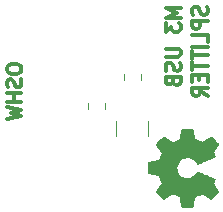
<source format=gbr>
G04 #@! TF.GenerationSoftware,KiCad,Pcbnew,(5.0.2)-1*
G04 #@! TF.CreationDate,2019-08-18T16:28:34-04:00*
G04 #@! TF.ProjectId,stacked_model3_usb,73746163-6b65-4645-9f6d-6f64656c335f,rev?*
G04 #@! TF.SameCoordinates,Original*
G04 #@! TF.FileFunction,Legend,Bot*
G04 #@! TF.FilePolarity,Positive*
%FSLAX46Y46*%
G04 Gerber Fmt 4.6, Leading zero omitted, Abs format (unit mm)*
G04 Created by KiCad (PCBNEW (5.0.2)-1) date 2019-08-18 4:28:34 PM*
%MOMM*%
%LPD*%
G01*
G04 APERTURE LIST*
%ADD10C,0.300000*%
%ADD11C,0.010000*%
%ADD12C,0.120000*%
G04 APERTURE END LIST*
D10*
X125542857Y-80000000D02*
X125542857Y-80228571D01*
X125600000Y-80342857D01*
X125714285Y-80457142D01*
X125942857Y-80514285D01*
X126342857Y-80514285D01*
X126571428Y-80457142D01*
X126685714Y-80342857D01*
X126742857Y-80228571D01*
X126742857Y-80000000D01*
X126685714Y-79885714D01*
X126571428Y-79771428D01*
X126342857Y-79714285D01*
X125942857Y-79714285D01*
X125714285Y-79771428D01*
X125600000Y-79885714D01*
X125542857Y-80000000D01*
X126685714Y-80971428D02*
X126742857Y-81142857D01*
X126742857Y-81428571D01*
X126685714Y-81542857D01*
X126628571Y-81600000D01*
X126514285Y-81657142D01*
X126400000Y-81657142D01*
X126285714Y-81600000D01*
X126228571Y-81542857D01*
X126171428Y-81428571D01*
X126114285Y-81200000D01*
X126057142Y-81085714D01*
X126000000Y-81028571D01*
X125885714Y-80971428D01*
X125771428Y-80971428D01*
X125657142Y-81028571D01*
X125600000Y-81085714D01*
X125542857Y-81200000D01*
X125542857Y-81485714D01*
X125600000Y-81657142D01*
X126742857Y-82171428D02*
X125542857Y-82171428D01*
X126114285Y-82171428D02*
X126114285Y-82857142D01*
X126742857Y-82857142D02*
X125542857Y-82857142D01*
X125542857Y-83314285D02*
X126742857Y-83600000D01*
X125885714Y-83828571D01*
X126742857Y-84057142D01*
X125542857Y-84342857D01*
X140263095Y-74947857D02*
X138963095Y-74947857D01*
X139891666Y-75347857D01*
X138963095Y-75747857D01*
X140263095Y-75747857D01*
X138963095Y-76205000D02*
X138963095Y-76947857D01*
X139458333Y-76547857D01*
X139458333Y-76719285D01*
X139520238Y-76833571D01*
X139582142Y-76890714D01*
X139705952Y-76947857D01*
X140015476Y-76947857D01*
X140139285Y-76890714D01*
X140201190Y-76833571D01*
X140263095Y-76719285D01*
X140263095Y-76376428D01*
X140201190Y-76262142D01*
X140139285Y-76205000D01*
X138963095Y-78376428D02*
X140015476Y-78376428D01*
X140139285Y-78433571D01*
X140201190Y-78490714D01*
X140263095Y-78605000D01*
X140263095Y-78833571D01*
X140201190Y-78947857D01*
X140139285Y-79005000D01*
X140015476Y-79062142D01*
X138963095Y-79062142D01*
X140201190Y-79576428D02*
X140263095Y-79747857D01*
X140263095Y-80033571D01*
X140201190Y-80147857D01*
X140139285Y-80205000D01*
X140015476Y-80262142D01*
X139891666Y-80262142D01*
X139767857Y-80205000D01*
X139705952Y-80147857D01*
X139644047Y-80033571D01*
X139582142Y-79805000D01*
X139520238Y-79690714D01*
X139458333Y-79633571D01*
X139334523Y-79576428D01*
X139210714Y-79576428D01*
X139086904Y-79633571D01*
X139025000Y-79690714D01*
X138963095Y-79805000D01*
X138963095Y-80090714D01*
X139025000Y-80262142D01*
X139582142Y-81176428D02*
X139644047Y-81347857D01*
X139705952Y-81405000D01*
X139829761Y-81462142D01*
X140015476Y-81462142D01*
X140139285Y-81405000D01*
X140201190Y-81347857D01*
X140263095Y-81233571D01*
X140263095Y-80776428D01*
X138963095Y-80776428D01*
X138963095Y-81176428D01*
X139025000Y-81290714D01*
X139086904Y-81347857D01*
X139210714Y-81405000D01*
X139334523Y-81405000D01*
X139458333Y-81347857D01*
X139520238Y-81290714D01*
X139582142Y-81176428D01*
X139582142Y-80776428D01*
X142451190Y-74833571D02*
X142513095Y-75005000D01*
X142513095Y-75290714D01*
X142451190Y-75405000D01*
X142389285Y-75462142D01*
X142265476Y-75519285D01*
X142141666Y-75519285D01*
X142017857Y-75462142D01*
X141955952Y-75405000D01*
X141894047Y-75290714D01*
X141832142Y-75062142D01*
X141770238Y-74947857D01*
X141708333Y-74890714D01*
X141584523Y-74833571D01*
X141460714Y-74833571D01*
X141336904Y-74890714D01*
X141275000Y-74947857D01*
X141213095Y-75062142D01*
X141213095Y-75347857D01*
X141275000Y-75519285D01*
X142513095Y-76033571D02*
X141213095Y-76033571D01*
X141213095Y-76490714D01*
X141275000Y-76605000D01*
X141336904Y-76662142D01*
X141460714Y-76719285D01*
X141646428Y-76719285D01*
X141770238Y-76662142D01*
X141832142Y-76605000D01*
X141894047Y-76490714D01*
X141894047Y-76033571D01*
X142513095Y-77805000D02*
X142513095Y-77233571D01*
X141213095Y-77233571D01*
X142513095Y-78205000D02*
X141213095Y-78205000D01*
X141213095Y-78605000D02*
X141213095Y-79290714D01*
X142513095Y-78947857D02*
X141213095Y-78947857D01*
X141213095Y-79519285D02*
X141213095Y-80205000D01*
X142513095Y-79862142D02*
X141213095Y-79862142D01*
X141832142Y-80605000D02*
X141832142Y-81005000D01*
X142513095Y-81176428D02*
X142513095Y-80605000D01*
X141213095Y-80605000D01*
X141213095Y-81176428D01*
X142513095Y-82376428D02*
X141894047Y-81976428D01*
X142513095Y-81690714D02*
X141213095Y-81690714D01*
X141213095Y-82147857D01*
X141275000Y-82262142D01*
X141336904Y-82319285D01*
X141460714Y-82376428D01*
X141646428Y-82376428D01*
X141770238Y-82319285D01*
X141832142Y-82262142D01*
X141894047Y-82147857D01*
X141894047Y-81690714D01*
D11*
G04 #@! TO.C,REF\002A\002A*
G36*
X137930931Y-89011314D02*
X138375555Y-89095135D01*
X138503053Y-89404420D01*
X138630551Y-89713706D01*
X138378246Y-90084746D01*
X138307996Y-90188657D01*
X138245272Y-90282587D01*
X138192938Y-90362152D01*
X138153857Y-90422970D01*
X138130893Y-90460657D01*
X138125942Y-90470921D01*
X138138676Y-90489410D01*
X138173882Y-90528920D01*
X138227062Y-90585022D01*
X138293718Y-90653287D01*
X138369354Y-90729286D01*
X138449472Y-90808592D01*
X138529574Y-90886775D01*
X138605164Y-90959407D01*
X138671745Y-91022059D01*
X138724818Y-91070303D01*
X138759887Y-91099710D01*
X138771623Y-91106741D01*
X138793260Y-91096623D01*
X138840662Y-91068259D01*
X138909193Y-91024629D01*
X138994215Y-90968718D01*
X139091093Y-90903506D01*
X139146350Y-90865719D01*
X139247248Y-90796843D01*
X139338299Y-90735640D01*
X139414970Y-90685078D01*
X139472728Y-90648128D01*
X139507043Y-90627758D01*
X139514254Y-90624697D01*
X139534748Y-90631636D01*
X139582513Y-90650551D01*
X139650832Y-90678587D01*
X139732989Y-90712891D01*
X139822270Y-90750609D01*
X139911958Y-90788887D01*
X139995338Y-90824870D01*
X140065694Y-90855706D01*
X140116310Y-90878539D01*
X140140471Y-90890517D01*
X140141422Y-90891224D01*
X140146036Y-90910031D01*
X140156328Y-90960118D01*
X140171287Y-91036293D01*
X140189901Y-91133365D01*
X140211159Y-91246143D01*
X140223418Y-91311942D01*
X140246362Y-91432450D01*
X140268195Y-91541297D01*
X140287722Y-91632976D01*
X140303748Y-91701981D01*
X140315079Y-91742804D01*
X140318674Y-91751011D01*
X140343006Y-91759048D01*
X140397959Y-91765533D01*
X140477108Y-91770470D01*
X140574026Y-91773864D01*
X140682287Y-91775718D01*
X140795465Y-91776038D01*
X140907135Y-91774827D01*
X141010868Y-91772090D01*
X141100241Y-91767831D01*
X141168826Y-91762055D01*
X141210197Y-91754767D01*
X141218810Y-91750395D01*
X141229133Y-91724264D01*
X141243892Y-91668893D01*
X141261352Y-91591607D01*
X141279780Y-91499730D01*
X141285741Y-91467658D01*
X141314066Y-91313024D01*
X141336876Y-91190875D01*
X141355080Y-91097173D01*
X141369583Y-91027884D01*
X141381292Y-90978971D01*
X141391115Y-90946397D01*
X141399956Y-90926128D01*
X141408724Y-90914126D01*
X141410457Y-90912447D01*
X141438371Y-90895684D01*
X141492695Y-90870114D01*
X141566777Y-90838288D01*
X141653965Y-90802760D01*
X141747608Y-90766083D01*
X141841052Y-90730811D01*
X141927647Y-90699496D01*
X142000740Y-90674693D01*
X142053678Y-90658954D01*
X142079811Y-90654832D01*
X142080726Y-90655176D01*
X142102086Y-90669141D01*
X142149084Y-90700822D01*
X142216827Y-90746891D01*
X142300423Y-90804018D01*
X142394982Y-90868873D01*
X142421854Y-90887343D01*
X142519275Y-90953199D01*
X142608163Y-91011150D01*
X142683412Y-91058038D01*
X142739920Y-91090707D01*
X142772581Y-91106000D01*
X142776593Y-91106741D01*
X142797684Y-91093892D01*
X142839464Y-91058388D01*
X142897445Y-91004793D01*
X142967135Y-90937671D01*
X143044045Y-90861587D01*
X143123683Y-90781104D01*
X143201561Y-90700787D01*
X143273186Y-90625199D01*
X143334070Y-90558905D01*
X143379721Y-90506469D01*
X143405650Y-90472455D01*
X143409883Y-90463045D01*
X143399912Y-90441143D01*
X143373020Y-90396300D01*
X143333736Y-90335821D01*
X143302117Y-90289289D01*
X143244098Y-90204975D01*
X143175784Y-90105126D01*
X143107579Y-90004973D01*
X143071075Y-89951127D01*
X142947800Y-89768871D01*
X143030520Y-89615881D01*
X143066759Y-89546182D01*
X143094926Y-89486914D01*
X143110991Y-89446811D01*
X143113226Y-89436603D01*
X143096722Y-89424329D01*
X143050082Y-89400113D01*
X142977609Y-89365763D01*
X142883606Y-89323088D01*
X142772374Y-89273894D01*
X142648215Y-89219990D01*
X142515432Y-89163184D01*
X142378327Y-89105282D01*
X142241202Y-89048093D01*
X142108358Y-88993424D01*
X141984098Y-88943084D01*
X141872725Y-88898880D01*
X141778539Y-88862619D01*
X141705844Y-88836109D01*
X141658941Y-88821158D01*
X141642833Y-88818754D01*
X141622286Y-88837811D01*
X141588933Y-88879536D01*
X141549702Y-88935206D01*
X141546599Y-88939878D01*
X141431423Y-89083764D01*
X141297053Y-89199783D01*
X141147784Y-89286930D01*
X140987913Y-89344199D01*
X140821737Y-89370586D01*
X140653552Y-89365085D01*
X140487655Y-89326690D01*
X140328342Y-89254395D01*
X140293487Y-89233126D01*
X140152737Y-89122496D01*
X140039714Y-88991802D01*
X139955003Y-88845564D01*
X139899194Y-88688308D01*
X139872874Y-88524557D01*
X139876630Y-88358833D01*
X139911050Y-88195662D01*
X139976723Y-88039565D01*
X140074235Y-87895067D01*
X140113813Y-87850369D01*
X140237703Y-87736612D01*
X140368124Y-87653718D01*
X140514315Y-87596856D01*
X140659088Y-87565187D01*
X140821860Y-87557369D01*
X140985440Y-87583438D01*
X141144298Y-87640745D01*
X141292906Y-87726644D01*
X141425735Y-87838486D01*
X141537256Y-87973623D01*
X141549011Y-87991383D01*
X141587508Y-88047650D01*
X141620863Y-88090423D01*
X141642160Y-88110872D01*
X141642833Y-88111169D01*
X141665871Y-88106779D01*
X141718157Y-88089376D01*
X141795390Y-88060768D01*
X141893268Y-88022765D01*
X142007491Y-87977174D01*
X142133758Y-87925803D01*
X142267767Y-87870462D01*
X142405218Y-87812958D01*
X142541808Y-87755101D01*
X142673237Y-87698698D01*
X142795205Y-87645558D01*
X142903409Y-87597490D01*
X142993549Y-87556301D01*
X143061323Y-87523801D01*
X143102430Y-87501797D01*
X143113226Y-87492936D01*
X143104819Y-87465860D01*
X143082272Y-87415197D01*
X143049613Y-87349683D01*
X143030520Y-87313659D01*
X142947800Y-87160668D01*
X143071075Y-86978412D01*
X143134228Y-86885375D01*
X143203727Y-86783515D01*
X143269165Y-86688062D01*
X143302117Y-86640250D01*
X143347273Y-86573005D01*
X143383057Y-86516064D01*
X143404938Y-86476854D01*
X143409563Y-86464119D01*
X143397085Y-86445583D01*
X143362252Y-86404559D01*
X143308678Y-86345025D01*
X143239983Y-86270958D01*
X143159781Y-86186335D01*
X143108286Y-86132815D01*
X143016286Y-86039181D01*
X142933999Y-85958259D01*
X142864945Y-85893323D01*
X142812644Y-85847642D01*
X142780616Y-85824489D01*
X142774116Y-85822268D01*
X142749394Y-85832576D01*
X142699405Y-85861061D01*
X142629212Y-85904563D01*
X142543875Y-85959923D01*
X142448456Y-86023980D01*
X142421854Y-86042197D01*
X142325167Y-86108573D01*
X142238117Y-86168122D01*
X142165595Y-86217516D01*
X142112493Y-86253425D01*
X142083703Y-86272519D01*
X142080726Y-86274364D01*
X142057782Y-86271605D01*
X142007336Y-86256962D01*
X141936041Y-86232987D01*
X141850547Y-86202234D01*
X141757507Y-86167256D01*
X141663574Y-86130607D01*
X141575399Y-86094839D01*
X141499634Y-86062506D01*
X141442931Y-86036162D01*
X141411943Y-86018358D01*
X141410457Y-86017093D01*
X141401601Y-86006206D01*
X141392843Y-85987818D01*
X141383277Y-85957894D01*
X141371996Y-85912397D01*
X141358093Y-85847291D01*
X141340663Y-85758539D01*
X141318798Y-85642107D01*
X141291591Y-85493958D01*
X141285741Y-85461882D01*
X141267374Y-85366814D01*
X141249405Y-85283935D01*
X141233569Y-85220570D01*
X141221600Y-85184042D01*
X141218810Y-85179144D01*
X141194072Y-85171073D01*
X141138790Y-85164513D01*
X141059389Y-85159467D01*
X140962296Y-85155941D01*
X140853938Y-85153939D01*
X140740740Y-85153464D01*
X140629128Y-85154523D01*
X140525529Y-85157118D01*
X140436368Y-85161254D01*
X140368072Y-85166937D01*
X140327066Y-85174169D01*
X140318674Y-85178529D01*
X140310208Y-85202802D01*
X140296435Y-85258074D01*
X140278550Y-85338838D01*
X140257748Y-85439588D01*
X140235223Y-85554817D01*
X140223418Y-85617598D01*
X140201151Y-85736713D01*
X140180979Y-85842935D01*
X140163915Y-85931073D01*
X140150969Y-85995934D01*
X140143155Y-86032326D01*
X140141422Y-86038316D01*
X140121890Y-86048439D01*
X140074843Y-86069838D01*
X140007003Y-86099661D01*
X139925091Y-86135055D01*
X139835828Y-86173168D01*
X139745935Y-86211147D01*
X139662135Y-86246140D01*
X139591147Y-86275294D01*
X139539694Y-86295757D01*
X139514497Y-86304677D01*
X139513396Y-86304843D01*
X139493519Y-86294731D01*
X139447777Y-86266383D01*
X139380717Y-86222777D01*
X139296884Y-86166894D01*
X139200826Y-86101713D01*
X139145650Y-86063821D01*
X139044481Y-85994775D01*
X138952630Y-85933450D01*
X138874744Y-85882837D01*
X138815469Y-85845929D01*
X138779451Y-85825718D01*
X138771377Y-85822799D01*
X138752584Y-85835347D01*
X138712457Y-85870037D01*
X138655493Y-85922437D01*
X138586185Y-85988116D01*
X138509031Y-86062644D01*
X138428525Y-86141587D01*
X138349163Y-86220517D01*
X138275440Y-86295000D01*
X138211852Y-86360606D01*
X138162894Y-86412904D01*
X138133061Y-86447461D01*
X138125942Y-86459022D01*
X138135953Y-86477846D01*
X138164078Y-86522869D01*
X138207454Y-86589713D01*
X138263218Y-86674001D01*
X138328506Y-86771356D01*
X138378246Y-86844793D01*
X138630551Y-87215833D01*
X138375555Y-87834405D01*
X137930931Y-87918225D01*
X137486307Y-88002046D01*
X137486307Y-88927494D01*
X137930931Y-89011314D01*
X137930931Y-89011314D01*
G37*
X137930931Y-89011314D02*
X138375555Y-89095135D01*
X138503053Y-89404420D01*
X138630551Y-89713706D01*
X138378246Y-90084746D01*
X138307996Y-90188657D01*
X138245272Y-90282587D01*
X138192938Y-90362152D01*
X138153857Y-90422970D01*
X138130893Y-90460657D01*
X138125942Y-90470921D01*
X138138676Y-90489410D01*
X138173882Y-90528920D01*
X138227062Y-90585022D01*
X138293718Y-90653287D01*
X138369354Y-90729286D01*
X138449472Y-90808592D01*
X138529574Y-90886775D01*
X138605164Y-90959407D01*
X138671745Y-91022059D01*
X138724818Y-91070303D01*
X138759887Y-91099710D01*
X138771623Y-91106741D01*
X138793260Y-91096623D01*
X138840662Y-91068259D01*
X138909193Y-91024629D01*
X138994215Y-90968718D01*
X139091093Y-90903506D01*
X139146350Y-90865719D01*
X139247248Y-90796843D01*
X139338299Y-90735640D01*
X139414970Y-90685078D01*
X139472728Y-90648128D01*
X139507043Y-90627758D01*
X139514254Y-90624697D01*
X139534748Y-90631636D01*
X139582513Y-90650551D01*
X139650832Y-90678587D01*
X139732989Y-90712891D01*
X139822270Y-90750609D01*
X139911958Y-90788887D01*
X139995338Y-90824870D01*
X140065694Y-90855706D01*
X140116310Y-90878539D01*
X140140471Y-90890517D01*
X140141422Y-90891224D01*
X140146036Y-90910031D01*
X140156328Y-90960118D01*
X140171287Y-91036293D01*
X140189901Y-91133365D01*
X140211159Y-91246143D01*
X140223418Y-91311942D01*
X140246362Y-91432450D01*
X140268195Y-91541297D01*
X140287722Y-91632976D01*
X140303748Y-91701981D01*
X140315079Y-91742804D01*
X140318674Y-91751011D01*
X140343006Y-91759048D01*
X140397959Y-91765533D01*
X140477108Y-91770470D01*
X140574026Y-91773864D01*
X140682287Y-91775718D01*
X140795465Y-91776038D01*
X140907135Y-91774827D01*
X141010868Y-91772090D01*
X141100241Y-91767831D01*
X141168826Y-91762055D01*
X141210197Y-91754767D01*
X141218810Y-91750395D01*
X141229133Y-91724264D01*
X141243892Y-91668893D01*
X141261352Y-91591607D01*
X141279780Y-91499730D01*
X141285741Y-91467658D01*
X141314066Y-91313024D01*
X141336876Y-91190875D01*
X141355080Y-91097173D01*
X141369583Y-91027884D01*
X141381292Y-90978971D01*
X141391115Y-90946397D01*
X141399956Y-90926128D01*
X141408724Y-90914126D01*
X141410457Y-90912447D01*
X141438371Y-90895684D01*
X141492695Y-90870114D01*
X141566777Y-90838288D01*
X141653965Y-90802760D01*
X141747608Y-90766083D01*
X141841052Y-90730811D01*
X141927647Y-90699496D01*
X142000740Y-90674693D01*
X142053678Y-90658954D01*
X142079811Y-90654832D01*
X142080726Y-90655176D01*
X142102086Y-90669141D01*
X142149084Y-90700822D01*
X142216827Y-90746891D01*
X142300423Y-90804018D01*
X142394982Y-90868873D01*
X142421854Y-90887343D01*
X142519275Y-90953199D01*
X142608163Y-91011150D01*
X142683412Y-91058038D01*
X142739920Y-91090707D01*
X142772581Y-91106000D01*
X142776593Y-91106741D01*
X142797684Y-91093892D01*
X142839464Y-91058388D01*
X142897445Y-91004793D01*
X142967135Y-90937671D01*
X143044045Y-90861587D01*
X143123683Y-90781104D01*
X143201561Y-90700787D01*
X143273186Y-90625199D01*
X143334070Y-90558905D01*
X143379721Y-90506469D01*
X143405650Y-90472455D01*
X143409883Y-90463045D01*
X143399912Y-90441143D01*
X143373020Y-90396300D01*
X143333736Y-90335821D01*
X143302117Y-90289289D01*
X143244098Y-90204975D01*
X143175784Y-90105126D01*
X143107579Y-90004973D01*
X143071075Y-89951127D01*
X142947800Y-89768871D01*
X143030520Y-89615881D01*
X143066759Y-89546182D01*
X143094926Y-89486914D01*
X143110991Y-89446811D01*
X143113226Y-89436603D01*
X143096722Y-89424329D01*
X143050082Y-89400113D01*
X142977609Y-89365763D01*
X142883606Y-89323088D01*
X142772374Y-89273894D01*
X142648215Y-89219990D01*
X142515432Y-89163184D01*
X142378327Y-89105282D01*
X142241202Y-89048093D01*
X142108358Y-88993424D01*
X141984098Y-88943084D01*
X141872725Y-88898880D01*
X141778539Y-88862619D01*
X141705844Y-88836109D01*
X141658941Y-88821158D01*
X141642833Y-88818754D01*
X141622286Y-88837811D01*
X141588933Y-88879536D01*
X141549702Y-88935206D01*
X141546599Y-88939878D01*
X141431423Y-89083764D01*
X141297053Y-89199783D01*
X141147784Y-89286930D01*
X140987913Y-89344199D01*
X140821737Y-89370586D01*
X140653552Y-89365085D01*
X140487655Y-89326690D01*
X140328342Y-89254395D01*
X140293487Y-89233126D01*
X140152737Y-89122496D01*
X140039714Y-88991802D01*
X139955003Y-88845564D01*
X139899194Y-88688308D01*
X139872874Y-88524557D01*
X139876630Y-88358833D01*
X139911050Y-88195662D01*
X139976723Y-88039565D01*
X140074235Y-87895067D01*
X140113813Y-87850369D01*
X140237703Y-87736612D01*
X140368124Y-87653718D01*
X140514315Y-87596856D01*
X140659088Y-87565187D01*
X140821860Y-87557369D01*
X140985440Y-87583438D01*
X141144298Y-87640745D01*
X141292906Y-87726644D01*
X141425735Y-87838486D01*
X141537256Y-87973623D01*
X141549011Y-87991383D01*
X141587508Y-88047650D01*
X141620863Y-88090423D01*
X141642160Y-88110872D01*
X141642833Y-88111169D01*
X141665871Y-88106779D01*
X141718157Y-88089376D01*
X141795390Y-88060768D01*
X141893268Y-88022765D01*
X142007491Y-87977174D01*
X142133758Y-87925803D01*
X142267767Y-87870462D01*
X142405218Y-87812958D01*
X142541808Y-87755101D01*
X142673237Y-87698698D01*
X142795205Y-87645558D01*
X142903409Y-87597490D01*
X142993549Y-87556301D01*
X143061323Y-87523801D01*
X143102430Y-87501797D01*
X143113226Y-87492936D01*
X143104819Y-87465860D01*
X143082272Y-87415197D01*
X143049613Y-87349683D01*
X143030520Y-87313659D01*
X142947800Y-87160668D01*
X143071075Y-86978412D01*
X143134228Y-86885375D01*
X143203727Y-86783515D01*
X143269165Y-86688062D01*
X143302117Y-86640250D01*
X143347273Y-86573005D01*
X143383057Y-86516064D01*
X143404938Y-86476854D01*
X143409563Y-86464119D01*
X143397085Y-86445583D01*
X143362252Y-86404559D01*
X143308678Y-86345025D01*
X143239983Y-86270958D01*
X143159781Y-86186335D01*
X143108286Y-86132815D01*
X143016286Y-86039181D01*
X142933999Y-85958259D01*
X142864945Y-85893323D01*
X142812644Y-85847642D01*
X142780616Y-85824489D01*
X142774116Y-85822268D01*
X142749394Y-85832576D01*
X142699405Y-85861061D01*
X142629212Y-85904563D01*
X142543875Y-85959923D01*
X142448456Y-86023980D01*
X142421854Y-86042197D01*
X142325167Y-86108573D01*
X142238117Y-86168122D01*
X142165595Y-86217516D01*
X142112493Y-86253425D01*
X142083703Y-86272519D01*
X142080726Y-86274364D01*
X142057782Y-86271605D01*
X142007336Y-86256962D01*
X141936041Y-86232987D01*
X141850547Y-86202234D01*
X141757507Y-86167256D01*
X141663574Y-86130607D01*
X141575399Y-86094839D01*
X141499634Y-86062506D01*
X141442931Y-86036162D01*
X141411943Y-86018358D01*
X141410457Y-86017093D01*
X141401601Y-86006206D01*
X141392843Y-85987818D01*
X141383277Y-85957894D01*
X141371996Y-85912397D01*
X141358093Y-85847291D01*
X141340663Y-85758539D01*
X141318798Y-85642107D01*
X141291591Y-85493958D01*
X141285741Y-85461882D01*
X141267374Y-85366814D01*
X141249405Y-85283935D01*
X141233569Y-85220570D01*
X141221600Y-85184042D01*
X141218810Y-85179144D01*
X141194072Y-85171073D01*
X141138790Y-85164513D01*
X141059389Y-85159467D01*
X140962296Y-85155941D01*
X140853938Y-85153939D01*
X140740740Y-85153464D01*
X140629128Y-85154523D01*
X140525529Y-85157118D01*
X140436368Y-85161254D01*
X140368072Y-85166937D01*
X140327066Y-85174169D01*
X140318674Y-85178529D01*
X140310208Y-85202802D01*
X140296435Y-85258074D01*
X140278550Y-85338838D01*
X140257748Y-85439588D01*
X140235223Y-85554817D01*
X140223418Y-85617598D01*
X140201151Y-85736713D01*
X140180979Y-85842935D01*
X140163915Y-85931073D01*
X140150969Y-85995934D01*
X140143155Y-86032326D01*
X140141422Y-86038316D01*
X140121890Y-86048439D01*
X140074843Y-86069838D01*
X140007003Y-86099661D01*
X139925091Y-86135055D01*
X139835828Y-86173168D01*
X139745935Y-86211147D01*
X139662135Y-86246140D01*
X139591147Y-86275294D01*
X139539694Y-86295757D01*
X139514497Y-86304677D01*
X139513396Y-86304843D01*
X139493519Y-86294731D01*
X139447777Y-86266383D01*
X139380717Y-86222777D01*
X139296884Y-86166894D01*
X139200826Y-86101713D01*
X139145650Y-86063821D01*
X139044481Y-85994775D01*
X138952630Y-85933450D01*
X138874744Y-85882837D01*
X138815469Y-85845929D01*
X138779451Y-85825718D01*
X138771377Y-85822799D01*
X138752584Y-85835347D01*
X138712457Y-85870037D01*
X138655493Y-85922437D01*
X138586185Y-85988116D01*
X138509031Y-86062644D01*
X138428525Y-86141587D01*
X138349163Y-86220517D01*
X138275440Y-86295000D01*
X138211852Y-86360606D01*
X138162894Y-86412904D01*
X138133061Y-86447461D01*
X138125942Y-86459022D01*
X138135953Y-86477846D01*
X138164078Y-86522869D01*
X138207454Y-86589713D01*
X138263218Y-86674001D01*
X138328506Y-86771356D01*
X138378246Y-86844793D01*
X138630551Y-87215833D01*
X138375555Y-87834405D01*
X137930931Y-87918225D01*
X137486307Y-88002046D01*
X137486307Y-88927494D01*
X137930931Y-89011314D01*
D12*
G04 #@! TO.C,C1*
X133806000Y-83492078D02*
X133806000Y-82974922D01*
X132386000Y-83492078D02*
X132386000Y-82974922D01*
G04 #@! TO.C,C2*
X137504000Y-85743564D02*
X137504000Y-84539436D01*
X134784000Y-85743564D02*
X134784000Y-84539436D01*
G04 #@! TO.C,R1*
X136854000Y-81030578D02*
X136854000Y-80513422D01*
X135434000Y-81030578D02*
X135434000Y-80513422D01*
G04 #@! TD*
M02*

</source>
